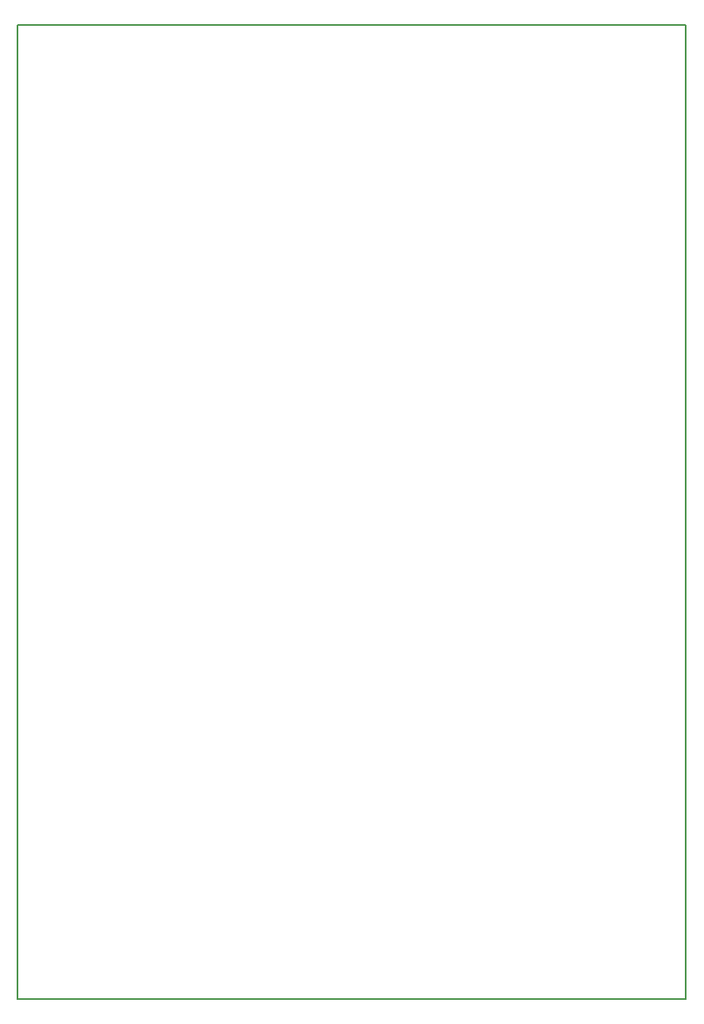
<source format=gm1>
G04 #@! TF.GenerationSoftware,KiCad,Pcbnew,8.0.6*
G04 #@! TF.CreationDate,2024-11-26T08:02:09+01:00*
G04 #@! TF.ProjectId,vt2_communicator,7674325f-636f-46d6-9d75-6e696361746f,rev?*
G04 #@! TF.SameCoordinates,Original*
G04 #@! TF.FileFunction,Profile,NP*
%FSLAX46Y46*%
G04 Gerber Fmt 4.6, Leading zero omitted, Abs format (unit mm)*
G04 Created by KiCad (PCBNEW 8.0.6) date 2024-11-26 08:02:09*
%MOMM*%
%LPD*%
G01*
G04 APERTURE LIST*
G04 #@! TA.AperFunction,Profile*
%ADD10C,0.200000*%
G04 #@! TD*
G04 APERTURE END LIST*
D10*
X140000000Y-40000000D02*
X140000000Y-139000000D01*
X140000000Y-139000000D02*
X208000000Y-139000000D01*
X208000000Y-40000000D02*
X140000000Y-40000000D01*
X208000000Y-139000000D02*
X208000000Y-40000000D01*
M02*

</source>
